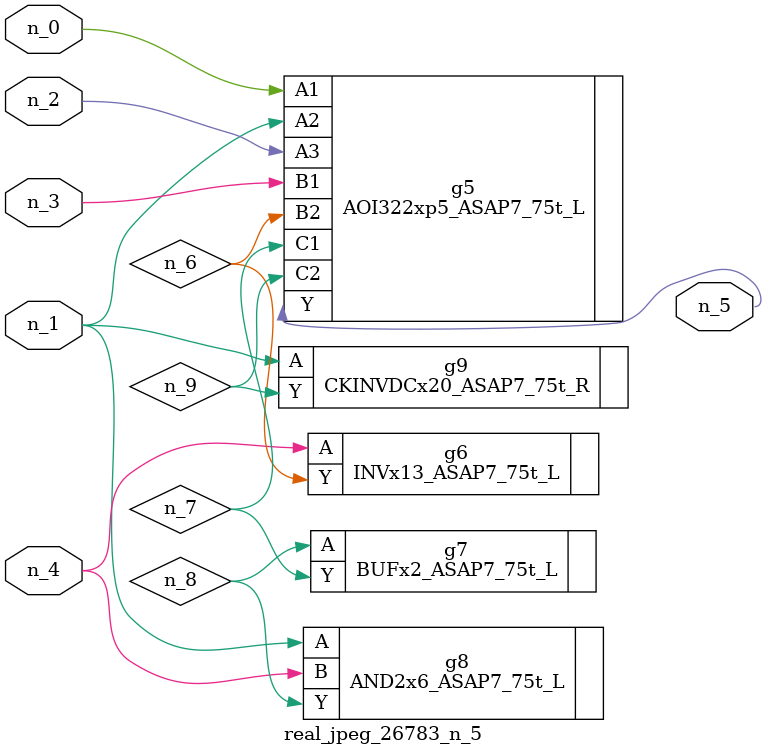
<source format=v>
module real_jpeg_26783_n_5 (n_4, n_0, n_1, n_2, n_3, n_5);

input n_4;
input n_0;
input n_1;
input n_2;
input n_3;

output n_5;

wire n_8;
wire n_6;
wire n_7;
wire n_9;

AOI322xp5_ASAP7_75t_L g5 ( 
.A1(n_0),
.A2(n_1),
.A3(n_2),
.B1(n_3),
.B2(n_6),
.C1(n_7),
.C2(n_9),
.Y(n_5)
);

AND2x6_ASAP7_75t_L g8 ( 
.A(n_1),
.B(n_4),
.Y(n_8)
);

CKINVDCx20_ASAP7_75t_R g9 ( 
.A(n_1),
.Y(n_9)
);

INVx13_ASAP7_75t_L g6 ( 
.A(n_4),
.Y(n_6)
);

BUFx2_ASAP7_75t_L g7 ( 
.A(n_8),
.Y(n_7)
);


endmodule
</source>
